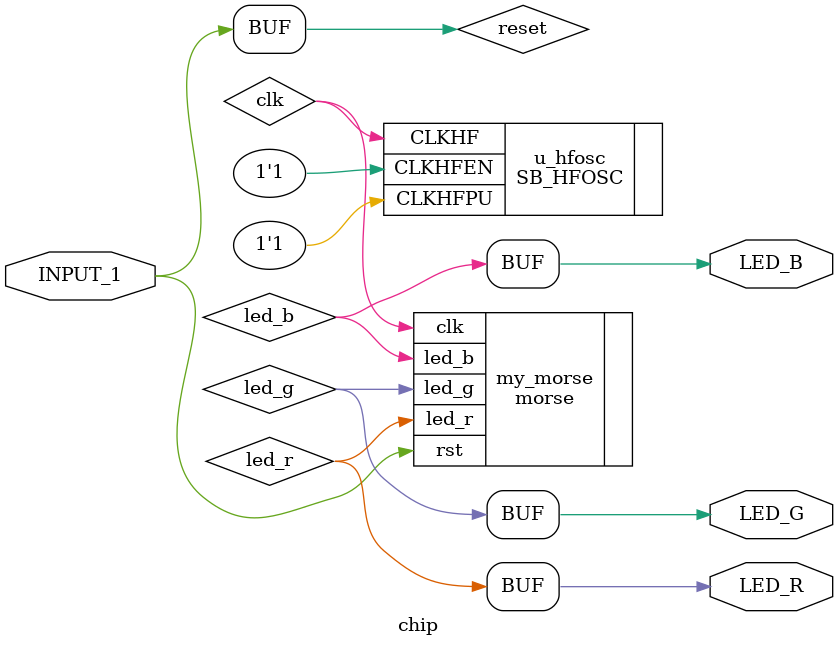
<source format=v>

module chip (
	output	LED_R,
	output	LED_G,
	output	LED_B,
  input   INPUT_1
	);

	wire clk, led_r, led_g, led_b, reset;

	SB_HFOSC u_hfosc (
        	.CLKHFPU(1'b1),
        	.CLKHFEN(1'b1),
        	.CLKHF(clk)
    	);

	morse my_morse (
		.clk(clk),
		.rst(reset),
    		.led_r(led_r),
    		.led_g(led_g),
    		.led_b(led_b)
	);

	assign LED_R = led_r;
	assign LED_G = led_g;
	assign LED_B = led_b;

  assign reset = INPUT_1;

endmodule

</source>
